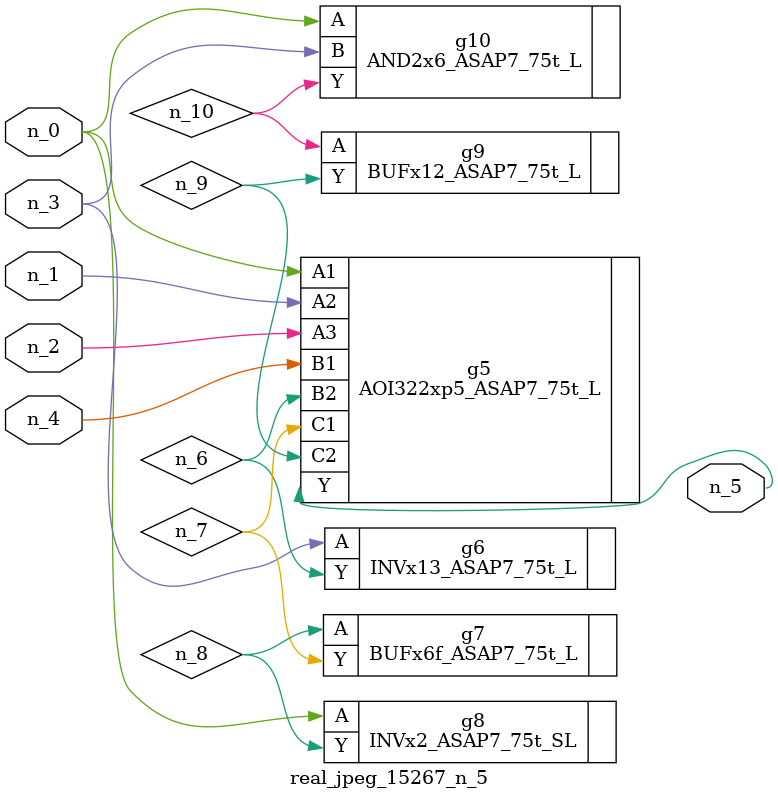
<source format=v>
module real_jpeg_15267_n_5 (n_4, n_0, n_1, n_2, n_3, n_5);

input n_4;
input n_0;
input n_1;
input n_2;
input n_3;

output n_5;

wire n_8;
wire n_6;
wire n_7;
wire n_10;
wire n_9;

AOI322xp5_ASAP7_75t_L g5 ( 
.A1(n_0),
.A2(n_1),
.A3(n_2),
.B1(n_4),
.B2(n_6),
.C1(n_7),
.C2(n_9),
.Y(n_5)
);

INVx2_ASAP7_75t_SL g8 ( 
.A(n_0),
.Y(n_8)
);

AND2x6_ASAP7_75t_L g10 ( 
.A(n_0),
.B(n_3),
.Y(n_10)
);

INVx13_ASAP7_75t_L g6 ( 
.A(n_3),
.Y(n_6)
);

BUFx6f_ASAP7_75t_L g7 ( 
.A(n_8),
.Y(n_7)
);

BUFx12_ASAP7_75t_L g9 ( 
.A(n_10),
.Y(n_9)
);


endmodule
</source>
